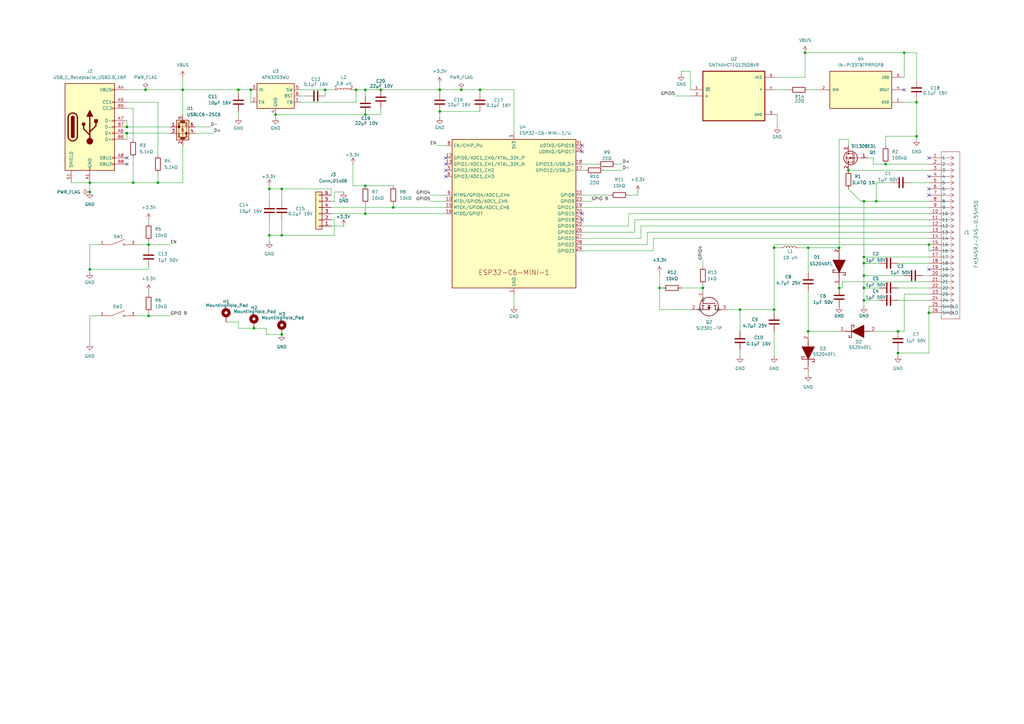
<source format=kicad_sch>
(kicad_sch (version 20250114) (generator "eeschema") (generator_version "9.0")
  (paper "A3")
  (lib_symbols
    (symbol "Connector:USB_C_Receptacle_USB2.0_16P" (pin_names (offset 1.016))
      (property "Reference" "J" (at 0 22.225 0))
      (property "Value" "USB_C_Receptacle_USB2.0_16P" (at 0 19.685 0))
      (symbol "USB_C_Receptacle_USB2.0_16P_1_1"
        (pin passive line (at -7.62 -22.86 90) (length 5.08) (name "SHIELD") (number "S1"))
        (pin passive line (at 0 -22.86 90) (length 5.08) (name "GND") (number "A1"))
        (pin passive line (at 0 -22.86 90) (length 5.08) (hide yes) (name "GND") (number "A12"))
        (pin passive line (at 0 -22.86 90) (length 5.08) (hide yes) (name "GND") (number "B1"))
        (pin passive line (at 0 -22.86 90) (length 5.08) (hide yes) (name "GND") (number "B12"))
        (pin passive line (at 15.24 15.24 180) (length 5.08) (name "VBUS") (number "A4"))
        (pin passive line (at 15.24 15.24 180) (length 5.08) (hide yes) (name "VBUS") (number "A9"))
        (pin passive line (at 15.24 15.24 180) (length 5.08) (hide yes) (name "VBUS") (number "B4"))
        (pin passive line (at 15.24 15.24 180) (length 5.08) (hide yes) (name "VBUS") (number "B9"))
        (pin bidirectional line (at 15.24 10.16 180) (length 5.08) (name "CC1") (number "A5"))
        (pin bidirectional line (at 15.24 7.62 180) (length 5.08) (name "CC2") (number "B5"))
        (pin bidirectional line (at 15.24 2.54 180) (length 5.08) (name "D-") (number "A7"))
        (pin bidirectional line (at 15.24 0 180) (length 5.08) (name "D-") (number "B7"))
        (pin bidirectional line (at 15.24 -2.54 180) (length 5.08) (name "D+") (number "A6"))
        (pin bidirectional line (at 15.24 -5.08 180) (length 5.08) (name "D+") (number "B6"))
        (pin bidirectional line (at 15.24 -12.7 180) (length 5.08) (name "SBU1") (number "A8"))
        (pin bidirectional line (at 15.24 -15.24 180) (length 5.08) (name "SBU2") (number "B8"))
      )
    )
    (symbol "Connector_Generic:Conn_01x06" (pin_names (offset 1.016) (hide yes))
      (property "Reference" "J" (at 0 7.62 0))
      (property "Value" "Conn_01x06" (at 0 -10.16 0))
      (symbol "Conn_01x06_1_1"
        (pin passive line (at -5.08 5.08 0) (length 3.81) (name "Pin_1") (number "1"))
        (pin passive line (at -5.08 2.54 0) (length 3.81) (name "Pin_2") (number "2"))
        (pin passive line (at -5.08 0 0) (length 3.81) (name "Pin_3") (number "3"))
        (pin passive line (at -5.08 -2.54 0) (length 3.81) (name "Pin_4") (number "4"))
        (pin passive line (at -5.08 -5.08 0) (length 3.81) (name "Pin_5") (number "5"))
        (pin passive line (at -5.08 -7.62 0) (length 3.81) (name "Pin_6") (number "6"))
      )
    )
    (symbol "Device:C" (pin_numbers (hide yes)) (pin_names (offset 0.254))
      (property "Reference" "C" (at 0.635 2.54 0))
      (property "Value" "C" (at 0.635 -2.54 0))
      (symbol "C_1_1"
        (pin passive line (at 0 3.81 270) (length 2.794) (name "~") (number "1"))
        (pin passive line (at 0 -3.81 90) (length 2.794) (name "~") (number "2"))
      )
    )
    (symbol "Device:L" (pin_numbers (hide yes)) (pin_names (offset 1.016) (hide yes))
      (property "Reference" "L" (at -1.27 0 90))
      (property "Value" "L" (at 1.905 0 90))
      (symbol "L_1_1"
        (pin passive line (at 0 3.81 270) (length 1.27) (name "1") (number "1"))
        (pin passive line (at 0 -3.81 90) (length 1.27) (name "2") (number "2"))
      )
    )
    (symbol "Device:R" (pin_numbers (hide yes)) (pin_names (offset 0))
      (property "Reference" "R" (at 2.032 0 90))
      (property "Value" "R" (at 0 0 90))
      (symbol "R_1_1"
        (pin passive line (at 0 3.81 270) (length 1.27) (name "~") (number "1"))
        (pin passive line (at 0 -3.81 90) (length 1.27) (name "~") (number "2"))
      )
    )
    (symbol "FH34SRJ-24S-0.5SH(50):FH34SRJ-24S-0.5SH50" (pin_names (offset 0.254))
      (property "Reference" "J" (at 8.89 6.35 0))
      (property "Value" "FH34SRJ-24S-0.5SH50" (at 0 0 0))
      (symbol "FH34SRJ-24S-0.5SH50_1_1"
        (pin unspecified line (at 0 0 0) (length 5.08) (name "1") (number "1"))
        (pin unspecified line (at 0 -2.54 0) (length 5.08) (name "2") (number "2"))
        (pin unspecified line (at 0 -5.08 0) (length 5.08) (name "3") (number "3"))
        (pin unspecified line (at 0 -7.62 0) (length 5.08) (name "4") (number "4"))
        (pin unspecified line (at 0 -10.16 0) (length 5.08) (name "5") (number "5"))
        (pin unspecified line (at 0 -12.7 0) (length 5.08) (name "6") (number "6"))
        (pin unspecified line (at 0 -15.24 0) (length 5.08) (name "7") (number "7"))
        (pin unspecified line (at 0 -17.78 0) (length 5.08) (name "8") (number "8"))
        (pin unspecified line (at 0 -20.32 0) (length 5.08) (name "9") (number "9"))
        (pin unspecified line (at 0 -22.86 0) (length 5.08) (name "10") (number "10"))
        (pin unspecified line (at 0 -25.4 0) (length 5.08) (name "11") (number "11"))
        (pin unspecified line (at 0 -27.94 0) (length 5.08) (name "12") (number "12"))
        (pin unspecified line (at 0 -30.48 0) (length 5.08) (name "13") (number "13"))
        (pin unspecified line (at 0 -33.02 0) (length 5.08) (name "14") (number "14"))
        (pin unspecified line (at 0 -35.56 0) (length 5.08) (name "15") (number "15"))
        (pin unspecified line (at 0 -38.1 0) (length 5.08) (name "16") (number "16"))
        (pin unspecified line (at 0 -40.64 0) (length 5.08) (name "17") (number "17"))
        (pin unspecified line (at 0 -43.18 0) (length 5.08) (name "18") (number "18"))
        (pin unspecified line (at 0 -45.72 0) (length 5.08) (name "19") (number "19"))
        (pin unspecified line (at 0 -48.26 0) (length 5.08) (name "20") (number "20"))
        (pin unspecified line (at 0 -50.8 0) (length 5.08) (name "21") (number "21"))
        (pin unspecified line (at 0 -53.34 0) (length 5.08) (name "22") (number "22"))
        (pin unspecified line (at 0 -55.88 0) (length 5.08) (name "23") (number "23"))
        (pin unspecified line (at 0 -58.42 0) (length 5.08) (name "24") (number "24"))
        (pin unspecified line (at 0 -60.96 0) (length 5.08) (name "SHIELD") (number "25"))
        (pin unspecified line (at 0 -63.5 0) (length 5.08) (name "SHIELD") (number "26"))
      )
      (symbol "FH34SRJ-24S-0.5SH50_1_2"
        (pin unspecified line (at 0 0 0) (length 5.08) (name "1") (number "1"))
        (pin unspecified line (at 0 -2.54 0) (length 5.08) (name "2") (number "2"))
        (pin unspecified line (at 0 -5.08 0) (length 5.08) (name "3") (number "3"))
        (pin unspecified line (at 0 -7.62 0) (length 5.08) (name "4") (number "4"))
        (pin unspecified line (at 0 -10.16 0) (length 5.08) (name "5") (number "5"))
        (pin unspecified line (at 0 -12.7 0) (length 5.08) (name "6") (number "6"))
        (pin unspecified line (at 0 -15.24 0) (length 5.08) (name "7") (number "7"))
        (pin unspecified line (at 0 -17.78 0) (length 5.08) (name "8") (number "8"))
        (pin unspecified line (at 0 -20.32 0) (length 5.08) (name "9") (number "9"))
        (pin unspecified line (at 0 -22.86 0) (length 5.08) (name "10") (number "10"))
        (pin unspecified line (at 0 -25.4 0) (length 5.08) (name "11") (number "11"))
        (pin unspecified line (at 0 -27.94 0) (length 5.08) (name "12") (number "12"))
        (pin unspecified line (at 0 -30.48 0) (length 5.08) (name "13") (number "13"))
        (pin unspecified line (at 0 -33.02 0) (length 5.08) (name "14") (number "14"))
        (pin unspecified line (at 0 -35.56 0) (length 5.08) (name "15") (number "15"))
        (pin unspecified line (at 0 -38.1 0) (length 5.08) (name "16") (number "16"))
        (pin unspecified line (at 0 -40.64 0) (length 5.08) (name "17") (number "17"))
        (pin unspecified line (at 0 -43.18 0) (length 5.08) (name "18") (number "18"))
        (pin unspecified line (at 0 -45.72 0) (length 5.08) (name "19") (number "19"))
        (pin unspecified line (at 0 -48.26 0) (length 5.08) (name "20") (number "20"))
        (pin unspecified line (at 0 -50.8 0) (length 5.08) (name "21") (number "21"))
        (pin unspecified line (at 0 -53.34 0) (length 5.08) (name "22") (number "22"))
        (pin unspecified line (at 0 -55.88 0) (length 5.08) (name "23") (number "23"))
        (pin unspecified line (at 0 -58.42 0) (length 5.08) (name "24") (number "24"))
        (pin unspecified line (at 0 -60.96 0) (length 5.08) (name "SHIELD") (number "25"))
        (pin unspecified line (at 0 -63.5 0) (length 5.08) (name "SHIELD") (number "26"))
      )
    )
    (symbol "IN-PI33TBTPRPGPB:IN-PI33TBTPRPGPB" (pin_names (offset 1.016))
      (property "Reference" "D" (at -12.7 7.62 0))
      (property "Value" "IN-PI33TBTPRPGPB" (at -12.7 -10.16 0))
      (symbol "IN-PI33TBTPRPGPB_0_0"
        (pin input line (at -17.78 0 0) (length 5.08) (name "DIN") (number "2"))
        (pin power_in line (at 17.78 5.08 180) (length 5.08) (name "VDD") (number "3"))
        (pin output line (at 17.78 0 180) (length 5.08) (name "DOUT") (number "4"))
        (pin power_in line (at 17.78 -5.08 180) (length 5.08) (name "GND") (number "1"))
      )
    )
    (symbol "L_1" (pin_names (offset 1.016) (hide yes))
      (property "Reference" "L" (at -1.27 0 90))
      (property "Value" "L" (at 1.905 0 90))
      (symbol "L_1_1_1"
        (pin passive line (at 0 3.81 270) (length 1.27) (name "1") (number "1"))
        (pin passive line (at 0 -3.81 90) (length 1.27) (name "2") (number "2"))
      )
    )
    (symbol "Mechanical:MountingHole_Pad" (pin_numbers (hide yes)) (pin_names (offset 1.016) (hide yes)) (in_bom no)
      (property "Reference" "H" (at 0 6.35 0))
      (property "Value" "MountingHole_Pad" (at 0 4.445 0))
      (symbol "MountingHole_Pad_1_1"
        (pin input line (at 0 -2.54 90) (length 2.54) (name "1") (number "1"))
      )
    )
    (symbol "PCM_Espressif:ESP32-C6-MINI-1/U"
      (property "Reference" "U" (at -25.4 35.56 0))
      (property "Value" "ESP32-C6-MINI-1/U" (at -25.4 33.02 0))
      (symbol "ESP32-C6-MINI-1/U_0_0"
        (text "ESP32-C6-MINI-1" (at 0 -24.13 0) (effects (font (size 2 2))))
      )
      (symbol "ESP32-C6-MINI-1/U_1_1"
        (pin input line (at -27.94 27.94 0) (length 2.54) (name "EN/CHIP_PU") (number "8"))
        (pin bidirectional line (at -27.94 22.86 0) (length 2.54) (name "GPIO0/ADC1_CH0/XTAL_32K_P") (number "12"))
        (pin bidirectional line (at -27.94 20.32 0) (length 2.54) (name "GPIO1/ADC1_CH1/XTAL_32K_N") (number "13"))
        (pin bidirectional line (at -27.94 17.78 0) (length 2.54) (name "GPIO2/ADC1_CH2") (number "5"))
        (pin bidirectional line (at -27.94 15.24 0) (length 2.54) (name "GPIO3/ADC1_CH3") (number "6"))
        (pin bidirectional line (at -27.94 7.62 0) (length 2.54) (name "MTMS/GPIO4/ADC1_CH4") (number "9"))
        (pin bidirectional line (at -27.94 5.08 0) (length 2.54) (name "MTDI/GPIO5/ADC1_CH5") (number "10"))
        (pin bidirectional line (at -27.94 2.54 0) (length 2.54) (name "MTCK/GPIO6/ADC1_CH6") (number "15"))
        (pin bidirectional line (at -27.94 0 0) (length 2.54) (name "MTDO/GPIO7") (number "16"))
        (pin no_connect line (at -25.4 -5.08 0) (length 2.54) (hide yes) (name "NC") (number "4"))
        (pin no_connect line (at -25.4 -7.62 0) (length 2.54) (hide yes) (name "NC") (number "7"))
        (pin no_connect line (at -25.4 -10.16 0) (length 2.54) (hide yes) (name "NC") (number "21"))
        (pin no_connect line (at -25.4 -12.7 0) (length 2.54) (hide yes) (name "NC") (number "32"))
        (pin no_connect line (at -25.4 -15.24 0) (length 2.54) (hide yes) (name "NC") (number "33"))
        (pin no_connect line (at -25.4 -17.78 0) (length 2.54) (hide yes) (name "NC") (number "34"))
        (pin no_connect line (at -25.4 -20.32 0) (length 2.54) (hide yes) (name "NC") (number "35"))
        (pin power_in line (at 0 33.02 270) (length 2.54) (name "3V3") (number "3"))
        (pin power_in line (at 0 -33.02 90) (length 2.54) (name "GND") (number "1"))
        (pin passive line (at 0 -33.02 90) (length 2.54) (hide yes) (name "GND") (number "11"))
        (pin passive line (at 0 -33.02 90) (length 2.54) (hide yes) (name "GND") (number "14"))
        (pin passive line (at 0 -33.02 90) (length 2.54) (hide yes) (name "GND") (number "2"))
        (pin passive line (at 0 -33.02 90) (length 2.54) (hide yes) (name "GND") (number "36"))
        (pin passive line (at 0 -33.02 90) (length 2.54) (hide yes) (name "GND") (number "37"))
        (pin passive line (at 0 -33.02 90) (length 2.54) (hide yes) (name "GND") (number "38"))
        (pin passive line (at 0 -33.02 90) (length 2.54) (hide yes) (name "GND") (number "39"))
        (pin passive line (at 0 -33.02 90) (length 2.54) (hide yes) (name "GND") (number "40"))
        (pin passive line (at 0 -33.02 90) (length 2.54) (hide yes) (name "GND") (number "41"))
        (pin passive line (at 0 -33.02 90) (length 2.54) (hide yes) (name "GND") (number "42"))
        (pin passive line (at 0 -33.02 90) (length 2.54) (hide yes) (name "GND") (number "43"))
        (pin passive line (at 0 -33.02 90) (length 2.54) (hide yes) (name "GND") (number "44"))
        (pin passive line (at 0 -33.02 90) (length 2.54) (hide yes) (name "GND") (number "45"))
        (pin passive line (at 0 -33.02 90) (length 2.54) (hide yes) (name "GND") (number "46"))
        (pin passive line (at 0 -33.02 90) (length 2.54) (hide yes) (name "GND") (number "47"))
        (pin passive line (at 0 -33.02 90) (length 2.54) (hide yes) (name "GND") (number "48"))
        (pin passive line (at 0 -33.02 90) (length 2.54) (hide yes) (name "GND") (number "49"))
        (pin passive line (at 0 -33.02 90) (length 2.54) (hide yes) (name "GND") (number "50"))
        (pin passive line (at 0 -33.02 90) (length 2.54) (hide yes) (name "GND") (number "51"))
        (pin passive line (at 0 -33.02 90) (length 2.54) (hide yes) (name "GND") (number "52"))
        (pin passive line (at 0 -33.02 90) (length 2.54) (hide yes) (name "GND") (number "53"))
        (pin bidirectional line (at 27.94 27.94 180) (length 2.54) (name "U0TXD/GPIO16") (number "31"))
        (pin bidirectional line (at 27.94 25.4 180) (length 2.54) (name "U0RXD/GPIO17") (number "30"))
        (pin bidirectional line (at 27.94 20.32 180) (length 2.54) (name "GPIO13/USB_D+") (number "18"))
        (pin bidirectional line (at 27.94 17.78 180) (length 2.54) (name "GPIO12/USB_D-") (number "17"))
        (pin bidirectional line (at 27.94 7.62 180) (length 2.54) (name "GPIO8") (number "22"))
        (pin bidirectional line (at 27.94 5.08 180) (length 2.54) (name "GPIO9") (number "23"))
        (pin bidirectional line (at 27.94 2.54 180) (length 2.54) (name "GPIO14") (number "19"))
        (pin bidirectional line (at 27.94 0 180) (length 2.54) (name "GPIO15") (number "20"))
        (pin bidirectional line (at 27.94 -2.54 180) (length 2.54) (name "GPIO18") (number "24"))
        (pin bidirectional line (at 27.94 -5.08 180) (length 2.54) (name "GPIO19") (number "25"))
        (pin bidirectional line (at 27.94 -7.62 180) (length 2.54) (name "GPIO20") (number "26"))
        (pin bidirectional line (at 27.94 -10.16 180) (length 2.54) (name "GPIO21") (number "27"))
        (pin bidirectional line (at 27.94 -12.7 180) (length 2.54) (name "GPIO22") (number "28"))
        (pin bidirectional line (at 27.94 -15.24 180) (length 2.54) (name "GPIO23") (number "29"))
      )
    )
    (symbol "Power_Protection:USBLC6-2SC6" (pin_names (hide yes))
      (property "Reference" "U" (at 0.635 5.715 0))
      (property "Value" "USBLC6-2SC6" (at 0.635 3.81 0))
      (symbol "USBLC6-2SC6_1_1"
        (pin passive line (at -5.08 0 0) (length 2.54) (name "I/O1") (number "1"))
        (pin passive line (at -5.08 -2.54 0) (length 2.54) (name "I/O2") (number "3"))
        (pin passive line (at 0 5.08 270) (length 2.54) (name "VBUS") (number "5"))
        (pin passive line (at 0 -7.62 90) (length 2.54) (name "GND") (number "2"))
        (pin passive line (at 5.08 0 180) (length 2.54) (name "I/O1") (number "6"))
        (pin passive line (at 5.08 -2.54 180) (length 2.54) (name "I/O2") (number "4"))
      )
    )
    (symbol "Regulator_Switching:AP63203WU"
      (property "Reference" "U" (at -7.62 6.35 0))
      (property "Value" "AP63203WU" (at 2.54 6.35 0))
      (symbol "AP63203WU_1_1"
        (pin power_in line (at -10.16 2.54 0) (length 2.54) (name "IN") (number "3"))
        (pin input line (at -10.16 -2.54 0) (length 2.54) (name "EN") (number "2"))
        (pin power_in line (at 0 -7.62 90) (length 2.54) (name "GND") (number "4"))
        (pin output line (at 10.16 2.54 180) (length 2.54) (name "SW") (number "5"))
        (pin passive line (at 10.16 0 180) (length 2.54) (name "BST") (number "6"))
        (pin input line (at 10.16 -2.54 180) (length 2.54) (name "FB") (number "1"))
      )
    )
    (symbol "SI2301-TP:SI2301-TP"
      (property "Reference" "Q" (at 11.43 3.81 0))
      (property "Value" "SI2301-TP" (at 11.43 1.27 0))
      (symbol "SI2301-TP_1_1"
        (pin passive line (at 0 0 0) (length 2.54) (name "G") (number "1"))
        (pin passive line (at 7.62 10.16 270) (length 2.54) (name "D") (number "3"))
        (pin passive line (at 7.62 -5.08 90) (length 2.54) (name "S") (number "2"))
      )
    )
    (symbol "SN74AHCT1G125DBVR:SN74AHCT1G125DBVR" (pin_names (offset 1.016))
      (property "Reference" "U" (at -12.7 11.16 0))
      (property "Value" "SN74AHCT1G125DBVR" (at -12.7 -14.16 0))
      (symbol "SN74AHCT1G125DBVR_0_0"
        (pin input line (at -17.78 2.54 0) (length 5.08) (name "~{OE}") (number "1"))
        (pin input line (at -17.78 0 0) (length 5.08) (name "A") (number "2"))
        (pin power_in line (at 17.78 7.62 180) (length 5.08) (name "VCC") (number "5"))
        (pin output line (at 17.78 2.54 180) (length 5.08) (name "Y") (number "4"))
        (pin power_in line (at 17.78 -7.62 180) (length 5.08) (name "GND") (number "3"))
      )
    )
    (symbol "SS2040FL_R1_00001:SS2040FL_R1_00001" (pin_names (hide yes))
      (property "Reference" "D" (at 12.7 8.89 0))
      (property "Value" "SS2040FL_R1_00001" (at 12.7 6.35 0))
      (symbol "SS2040FL_R1_00001_1_1"
        (pin passive line (at 2.54 0 0) (length 2.54) (name "K") (number "1"))
        (pin passive line (at 17.78 0 180) (length 2.54) (name "A") (number "2"))
      )
    )
    (symbol "TE 2-1437565-8:2-1437565-8" (pin_names (offset 1.016))
      (property "Reference" "S" (at -2.54 2.54 0))
      (property "Value" "2-1437565-8" (at -2.54 -2.54 0))
      (symbol "2-1437565-8_0_0"
        (pin passive line (at -7.62 0 0) (length 2.54) (name "~") (number "1"))
        (pin passive line (at -7.62 0 0) (length 2.54) (hide yes) (name "~") (number "2"))
        (pin passive line (at 7.62 0 180) (length 2.54) (name "~") (number "3"))
        (pin passive line (at 7.62 0 180) (length 2.54) (hide yes) (name "~") (number "4"))
      )
    )
    (symbol "Transistor_FET:Si1308EDL" (pin_names (offset 0) (hide yes))
      (property "Reference" "Q" (at 5.08 1.905 0))
      (property "Value" "Si1308EDL" (at 5.08 0 0))
      (symbol "Si1308EDL_1_1"
        (pin input line (at -5.08 0 0) (length 2.54) (name "G") (number "1"))
        (pin passive line (at 2.54 5.08 270) (length 2.54) (name "D") (number "3"))
        (pin passive line (at 2.54 -5.08 90) (length 2.54) (name "S") (number "2"))
      )
    )
    (symbol "power:+3.3V" (power) (pin_numbers (hide yes)) (pin_names (offset 0) (hide yes))
      (property "Value" "+3.3V" (at 0 3.556 0))
      (symbol "+3.3V_1_1"
        (pin power_in line (at 0 0 90) (length 0) (name "~") (number "1"))
      )
    )
    (symbol "power:GND" (power) (pin_numbers (hide yes)) (pin_names (offset 0) (hide yes))
      (property "Value" "GND" (at 0 -3.81 0))
      (symbol "GND_1_1"
        (pin power_in line (at 0 0 270) (length 0) (name "~") (number "1"))
      )
    )
    (symbol "power:PWR_FLAG" (power) (pin_numbers (hide yes)) (pin_names (offset 0) (hide yes))
      (property "Value" "PWR_FLAG" (at 0 3.81 0))
      (symbol "PWR_FLAG_0_0"
        (pin power_out line (at 0 0 90) (length 0) (name "~") (number "1"))
      )
    )
    (symbol "power:VBUS" (power) (pin_numbers (hide yes)) (pin_names (offset 0) (hide yes))
      (property "Value" "VBUS" (at 0 3.556 0))
      (symbol "VBUS_1_1"
        (pin power_in line (at 0 0 90) (length 0) (name "~") (number "1"))
      )
    )
  )
  (junction (at 110.49 77.47))
  (junction (at 317.5 101.6))
  (junction (at 36.83 74.93))
  (junction (at 161.29 85.09))
  (junction (at 110.49 96.52))
  (junction (at 113.03 46.99))
  (junction (at 97.79 36.83))
  (junction (at 331.47 101.6))
  (junction (at 60.96 100.33))
  (junction (at 36.83 110.49))
  (junction (at 359.41 82.55))
  (junction (at 381 100.33))
  (junction (at 317.5 127))
  (junction (at 375.92 55.88))
  (junction (at 52.07 52.07))
  (junction (at 381 128.27))
  (junction (at 115.57 77.47))
  (junction (at 189.23 36.83))
  (junction (at 115.57 137.16))
  (junction (at 133.35 36.83))
  (junction (at 288.29 118.11))
  (junction (at 149.86 46.99))
  (junction (at 102.87 36.83))
  (junction (at 368.3 144.78))
  (junction (at 149.86 87.63))
  (junction (at 354.33 113.03))
  (junction (at 347.98 69.85))
  (junction (at 52.07 54.61))
  (junction (at 354.33 105.41))
  (junction (at 59.69 36.83))
  (junction (at 303.53 127))
  (junction (at 331.47 135.89))
  (junction (at 156.21 36.83))
  (junction (at 180.34 36.83))
  (junction (at 196.85 36.83))
  (junction (at 368.3 135.89))
  (junction (at 60.96 129.54))
  (junction (at 270.51 118.11))
  (junction (at 54.61 74.93))
  (junction (at 375.92 41.91))
  (junction (at 74.93 36.83))
  (junction (at 354.33 123.19))
  (junction (at 354.33 118.11))
  (junction (at 344.17 101.6))
  (junction (at 36.83 78.74))
  (junction (at 149.86 36.83))
  (junction (at 354.33 107.95))
  (junction (at 146.05 36.83))
  (junction (at 149.86 76.2))
  (junction (at 104.14 134.62))
  (junction (at 64.77 74.93))
  (junction (at 344.17 118.11))
  (junction (at 330.2 21.59))
  (junction (at 180.34 45.72))
  (junction (at 115.57 96.52))
  (junction (at 363.22 67.31))
  (junction (at 354.33 82.55))
  (junction (at 370.84 21.59))
  (no_connect (at 182.88 67.31))
  (no_connect (at 182.88 64.77))
  (no_connect (at 52.07 67.31))
  (no_connect (at 182.88 72.39))
  (no_connect (at 238.76 90.17))
  (no_connect (at 52.07 64.77))
  (no_connect (at 381 110.49))
  (no_connect (at 238.76 87.63))
  (no_connect (at 238.76 62.23))
  (no_connect (at 381 80.01))
  (no_connect (at 238.76 59.69))
  (no_connect (at 381 64.77))
  (no_connect (at 370.84 36.83))
  (no_connect (at 381 77.47))
  (no_connect (at 381 72.39))
  (no_connect (at 182.88 69.85))
  (wire (pts (xy 110.49 90.17) (xy 110.49 96.52)))
  (wire (pts (xy 137.16 90.17) (xy 135.89 90.17)))
  (wire (pts (xy 359.41 82.55) (xy 381 82.55)))
  (wire (pts (xy 354.33 113.03) (xy 370.84 113.03)))
  (wire (pts (xy 368.3 143.51) (xy 368.3 144.78)))
  (wire (pts (xy 55.88 129.54) (xy 60.96 129.54)))
  (wire (pts (xy 317.5 100.33) (xy 317.5 101.6)))
  (wire (pts (xy 180.34 36.83) (xy 180.34 38.1)))
  (wire (pts (xy 238.76 69.85) (xy 240.03 69.85)))
  (wire (pts (xy 60.96 128.27) (xy 60.96 129.54)))
  (wire (pts (xy 317.5 135.89) (xy 317.5 146.05)))
  (wire (pts (xy 262.89 97.79) (xy 238.76 97.79)))
  (wire (pts (xy 60.96 99.06) (xy 60.96 100.33)))
  (wire (pts (xy 381 144.78) (xy 368.3 144.78)))
  (wire (pts (xy 288.29 106.68) (xy 288.29 109.22)))
  (wire (pts (xy 60.96 90.17) (xy 60.96 91.44)))
  (wire (pts (xy 102.87 36.83) (xy 102.87 41.91)))
  (wire (pts (xy 137.16 78.74) (xy 140.97 78.74)))
  (wire (pts (xy 29.21 74.93) (xy 36.83 74.93)))
  (wire (pts (xy 115.57 96.52) (xy 137.16 96.52)))
  (wire (pts (xy 303.53 127) (xy 317.5 127)))
  (wire (pts (xy 345.44 115.57) (xy 381 115.57)))
  (wire (pts (xy 54.61 74.93) (xy 36.83 74.93)))
  (wire (pts (xy 238.76 85.09) (xy 381 85.09)))
  (wire (pts (xy 149.86 46.99) (xy 156.21 46.99)))
  (wire (pts (xy 54.61 44.45) (xy 54.61 57.15)))
  (wire (pts (xy 354.33 123.19) (xy 360.68 123.19)))
  (wire (pts (xy 60.96 119.38) (xy 60.96 120.65)))
  (wire (pts (xy 373.38 74.93) (xy 381 74.93)))
  (wire (pts (xy 347.98 77.47) (xy 353.06 82.55)))
  (wire (pts (xy 354.33 118.11) (xy 354.33 123.19)))
  (wire (pts (xy 52.07 49.53) (xy 52.07 52.07)))
  (wire (pts (xy 358.14 64.77) (xy 358.14 67.31)))
  (wire (pts (xy 123.19 41.91) (xy 146.05 41.91)))
  (wire (pts (xy 331.47 119.38) (xy 331.47 135.89)))
  (wire (pts (xy 115.57 77.47) (xy 135.89 77.47)))
  (wire (pts (xy 354.33 118.11) (xy 360.68 118.11)))
  (wire (pts (xy 317.5 127) (xy 317.5 128.27)))
  (wire (pts (xy 97.79 45.72) (xy 97.79 48.26)))
  (wire (pts (xy 52.07 41.91) (xy 64.77 41.91)))
  (wire (pts (xy 110.49 96.52) (xy 115.57 96.52)))
  (wire (pts (xy 144.78 67.31) (xy 144.78 76.2)))
  (wire (pts (xy 144.78 76.2) (xy 149.86 76.2)))
  (wire (pts (xy 331.47 101.6) (xy 331.47 111.76)))
  (wire (pts (xy 176.53 82.55) (xy 182.88 82.55)))
  (wire (pts (xy 52.07 54.61) (xy 52.07 57.15)))
  (wire (pts (xy 270.51 111.76) (xy 270.51 118.11)))
  (wire (pts (xy 97.79 36.83) (xy 97.79 38.1)))
  (wire (pts (xy 318.77 31.75) (xy 330.2 31.75)))
  (wire (pts (xy 276.86 39.37) (xy 283.21 39.37)))
  (wire (pts (xy 368.3 118.11) (xy 381 118.11)))
  (wire (pts (xy 137.16 90.17) (xy 137.16 96.52)))
  (wire (pts (xy 381 125.73) (xy 381 128.27)))
  (wire (pts (xy 331.47 101.6) (xy 344.17 101.6)))
  (wire (pts (xy 135.89 85.09) (xy 161.29 85.09)))
  (wire (pts (xy 279.4 118.11) (xy 288.29 118.11)))
  (wire (pts (xy 144.78 36.83) (xy 146.05 36.83)))
  (wire (pts (xy 64.77 41.91) (xy 64.77 63.5)))
  (wire (pts (xy 283.21 127) (xy 270.51 127)))
  (wire (pts (xy 180.34 45.72) (xy 180.34 48.26)))
  (wire (pts (xy 110.49 77.47) (xy 115.57 77.47)))
  (wire (pts (xy 331.47 135.89) (xy 331.47 137.16)))
  (wire (pts (xy 210.82 36.83) (xy 196.85 36.83)))
  (wire (pts (xy 74.93 36.83) (xy 74.93 46.99)))
  (wire (pts (xy 381 90.17) (xy 260.35 90.17)))
  (wire (pts (xy 149.86 76.2) (xy 161.29 76.2)))
  (wire (pts (xy 52.07 44.45) (xy 54.61 44.45)))
  (wire (pts (xy 330.2 31.75) (xy 330.2 21.59)))
  (wire (pts (xy 381 128.27) (xy 381 144.78)))
  (wire (pts (xy 238.76 82.55) (xy 242.57 82.55)))
  (wire (pts (xy 115.57 77.47) (xy 115.57 82.55)))
  (wire (pts (xy 210.82 54.61) (xy 210.82 36.83)))
  (wire (pts (xy 331.47 36.83) (xy 335.28 36.83)))
  (wire (pts (xy 265.43 95.25) (xy 265.43 100.33)))
  (wire (pts (xy 267.97 102.87) (xy 238.76 102.87)))
  (wire (pts (xy 365.76 74.93) (xy 359.41 74.93)))
  (wire (pts (xy 55.88 100.33) (xy 60.96 100.33)))
  (wire (pts (xy 74.93 31.75) (xy 74.93 36.83)))
  (wire (pts (xy 344.17 57.15) (xy 344.17 101.6)))
  (wire (pts (xy 135.89 87.63) (xy 149.86 87.63)))
  (wire (pts (xy 363.22 55.88) (xy 375.92 55.88)))
  (wire (pts (xy 368.3 144.78) (xy 368.3 146.05)))
  (wire (pts (xy 110.49 99.06) (xy 110.49 96.52)))
  (wire (pts (xy 74.93 74.93) (xy 64.77 74.93)))
  (wire (pts (xy 370.84 135.89) (xy 368.3 135.89)))
  (wire (pts (xy 345.44 118.11) (xy 344.17 118.11)))
  (wire (pts (xy 368.3 123.19) (xy 381 123.19)))
  (wire (pts (xy 60.96 110.49) (xy 36.83 110.49)))
  (wire (pts (xy 123.19 39.37) (xy 125.73 39.37)))
  (wire (pts (xy 288.29 118.11) (xy 288.29 119.38)))
  (wire (pts (xy 331.47 135.89) (xy 344.17 135.89)))
  (wire (pts (xy 354.33 123.19) (xy 354.33 125.73)))
  (wire (pts (xy 270.51 127) (xy 270.51 118.11)))
  (wire (pts (xy 36.83 129.54) (xy 40.64 129.54)))
  (wire (pts (xy 344.17 57.15) (xy 347.98 57.15)))
  (wire (pts (xy 303.53 127) (xy 303.53 135.89)))
  (wire (pts (xy 317.5 100.33) (xy 381 100.33)))
  (wire (pts (xy 279.4 29.21) (xy 279.4 30.48)))
  (wire (pts (xy 36.83 100.33) (xy 36.83 110.49)))
  (wire (pts (xy 97.79 132.08) (xy 97.79 134.62)))
  (wire (pts (xy 318.77 46.99) (xy 318.77 52.07)))
  (wire (pts (xy 64.77 71.12) (xy 64.77 74.93)))
  (wire (pts (xy 180.34 36.83) (xy 189.23 36.83)))
  (wire (pts (xy 375.92 21.59) (xy 370.84 21.59)))
  (wire (pts (xy 283.21 36.83) (xy 283.21 29.21)))
  (wire (pts (xy 36.83 111.76) (xy 36.83 110.49)))
  (wire (pts (xy 115.57 90.17) (xy 115.57 96.52)))
  (wire (pts (xy 247.65 69.85) (xy 255.27 69.85)))
  (wire (pts (xy 363.22 67.31) (xy 381 67.31)))
  (wire (pts (xy 262.89 92.71) (xy 262.89 97.79)))
  (wire (pts (xy 359.41 135.89) (xy 368.3 135.89)))
  (wire (pts (xy 210.82 120.65) (xy 210.82 125.73)))
  (wire (pts (xy 317.5 101.6) (xy 317.5 127)))
  (wire (pts (xy 359.41 74.93) (xy 359.41 82.55)))
  (wire (pts (xy 92.71 132.08) (xy 97.79 132.08)))
  (wire (pts (xy 318.77 36.83) (xy 323.85 36.83)))
  (wire (pts (xy 60.96 129.54) (xy 69.85 129.54)))
  (wire (pts (xy 80.01 52.07) (xy 86.36 52.07)))
  (wire (pts (xy 149.86 36.83) (xy 156.21 36.83)))
  (wire (pts (xy 74.93 36.83) (xy 97.79 36.83)))
  (wire (pts (xy 381 95.25) (xy 265.43 95.25)))
  (wire (pts (xy 133.35 39.37) (xy 133.35 36.83)))
  (wire (pts (xy 298.45 127) (xy 303.53 127)))
  (wire (pts (xy 354.33 82.55) (xy 354.33 105.41)))
  (wire (pts (xy 283.21 29.21) (xy 279.4 29.21)))
  (wire (pts (xy 59.69 36.83) (xy 74.93 36.83)))
  (wire (pts (xy 146.05 41.91) (xy 146.05 36.83)))
  (wire (pts (xy 60.96 109.22) (xy 60.96 110.49)))
  (wire (pts (xy 161.29 85.09) (xy 182.88 85.09)))
  (wire (pts (xy 176.53 80.01) (xy 182.88 80.01)))
  (wire (pts (xy 74.93 59.69) (xy 74.93 74.93)))
  (wire (pts (xy 381 120.65) (xy 370.84 120.65)))
  (wire (pts (xy 303.53 143.51) (xy 303.53 146.05)))
  (wire (pts (xy 370.84 21.59) (xy 370.84 31.75)))
  (wire (pts (xy 52.07 54.61) (xy 69.85 54.61)))
  (wire (pts (xy 381 102.87) (xy 381 100.33)))
  (wire (pts (xy 133.35 36.83) (xy 137.16 36.83)))
  (wire (pts (xy 113.03 46.99) (xy 113.03 48.26)))
  (wire (pts (xy 257.81 87.63) (xy 381 87.63)))
  (wire (pts (xy 135.89 80.01) (xy 135.89 77.47)))
  (wire (pts (xy 113.03 46.99) (xy 149.86 46.99)))
  (wire (pts (xy 156.21 46.99) (xy 156.21 44.45)))
  (wire (pts (xy 359.41 82.55) (xy 354.33 82.55)))
  (wire (pts (xy 135.89 82.55) (xy 137.16 82.55)))
  (wire (pts (xy 354.33 107.95) (xy 360.68 107.95)))
  (wire (pts (xy 36.83 74.93) (xy 36.83 78.74)))
  (wire (pts (xy 149.86 39.37) (xy 149.86 36.83)))
  (wire (pts (xy 354.33 105.41) (xy 381 105.41)))
  (wire (pts (xy 146.05 36.83) (xy 149.86 36.83)))
  (wire (pts (xy 375.92 41.91) (xy 370.84 41.91)))
  (wire (pts (xy 60.96 100.33) (xy 69.85 100.33)))
  (wire (pts (xy 358.14 67.31) (xy 363.22 67.31)))
  (wire (pts (xy 180.34 34.29) (xy 180.34 36.83)))
  (wire (pts (xy 267.97 97.79) (xy 267.97 102.87)))
  (wire (pts (xy 238.76 67.31) (xy 245.11 67.31)))
  (wire (pts (xy 375.92 55.88) (xy 375.92 57.15)))
  (wire (pts (xy 149.86 83.82) (xy 149.86 87.63)))
  (wire (pts (xy 257.81 80.01) (xy 261.62 80.01)))
  (wire (pts (xy 363.22 59.69) (xy 363.22 55.88)))
  (wire (pts (xy 375.92 40.64) (xy 375.92 41.91)))
  (wire (pts (xy 196.85 36.83) (xy 196.85 38.1)))
  (wire (pts (xy 110.49 77.47) (xy 110.49 82.55)))
  (wire (pts (xy 104.14 134.62) (xy 109.22 134.62)))
  (wire (pts (xy 344.17 116.84) (xy 344.17 118.11)))
  (wire (pts (xy 161.29 85.09) (xy 161.29 83.82)))
  (wire (pts (xy 378.46 113.03) (xy 381 113.03)))
  (wire (pts (xy 40.64 100.33) (xy 36.83 100.33)))
  (wire (pts (xy 97.79 134.62) (xy 104.14 134.62)))
  (wire (pts (xy 180.34 45.72) (xy 196.85 45.72)))
  (wire (pts (xy 109.22 134.62) (xy 109.22 137.16)))
  (wire (pts (xy 353.06 82.55) (xy 354.33 82.55)))
  (wire (pts (xy 345.44 115.57) (xy 345.44 118.11)))
  (wire (pts (xy 347.98 69.85) (xy 381 69.85)))
  (wire (pts (xy 52.07 36.83) (xy 59.69 36.83)))
  (wire (pts (xy 368.3 107.95) (xy 381 107.95)))
  (wire (pts (xy 80.01 54.61) (xy 87.63 54.61)))
  (wire (pts (xy 381 92.71) (xy 262.89 92.71)))
  (wire (pts (xy 238.76 95.25) (xy 260.35 95.25)))
  (wire (pts (xy 149.86 87.63) (xy 182.88 87.63)))
  (wire (pts (xy 260.35 90.17) (xy 260.35 95.25)))
  (wire (pts (xy 265.43 100.33) (xy 238.76 100.33)))
  (wire (pts (xy 36.83 129.54) (xy 36.83 140.97)))
  (wire (pts (xy 179.07 59.69) (xy 182.88 59.69)))
  (wire (pts (xy 252.73 67.31) (xy 255.27 67.31)))
  (wire (pts (xy 109.22 137.16) (xy 115.57 137.16)))
  (wire (pts (xy 97.79 36.83) (xy 102.87 36.83)))
  (wire (pts (xy 381 97.79) (xy 267.97 97.79)))
  (wire (pts (xy 354.33 105.41) (xy 354.33 107.95)))
  (wire (pts (xy 375.92 41.91) (xy 375.92 55.88)))
  (wire (pts (xy 156.21 36.83) (xy 180.34 36.83)))
  (wire (pts (xy 257.81 92.71) (xy 257.81 87.63)))
  (wire (pts (xy 347.98 57.15) (xy 347.98 59.69)))
  (wire (pts (xy 320.04 101.6) (xy 317.5 101.6)))
  (wire (pts (xy 189.23 36.83) (xy 196.85 36.83)))
  (wire (pts (xy 137.16 82.55) (xy 137.16 78.74)))
  (wire (pts (xy 60.96 100.33) (xy 60.96 101.6)))
  (wire (pts (xy 370.84 120.65) (xy 370.84 135.89)))
  (wire (pts (xy 238.76 92.71) (xy 257.81 92.71)))
  (wire (pts (xy 135.89 92.71) (xy 140.97 92.71)))
  (wire (pts (xy 110.49 76.2) (xy 110.49 77.47)))
  (wire (pts (xy 331.47 152.4) (xy 331.47 153.67)))
  (wire (pts (xy 288.29 116.84) (xy 288.29 118.11)))
  (wire (pts (xy 327.66 101.6) (xy 331.47 101.6)))
  (wire (pts (xy 354.33 107.95) (xy 354.33 113.03)))
  (wire (pts (xy 261.62 78.74) (xy 261.62 80.01)))
  (wire (pts (xy 355.6 64.77) (xy 358.14 64.77)))
  (wire (pts (xy 123.19 36.83) (xy 133.35 36.83)))
  (wire (pts (xy 354.33 113.03) (xy 354.33 118.11)))
  (wire (pts (xy 52.07 52.07) (xy 69.85 52.07)))
  (wire (pts (xy 238.76 80.01) (xy 250.19 80.01)))
  (wire (pts (xy 54.61 64.77) (xy 54.61 74.93)))
  (wire (pts (xy 64.77 74.93) (xy 54.61 74.93)))
  (wire (pts (xy 271.78 118.11) (xy 270.51 118.11)))
  (wire (pts (xy 330.2 21.59) (xy 370.84 21.59)))
  (wire (pts (xy 375.92 33.02) (xy 375.92 21.59)))
  (label "D+" (at 87.63 54.61 0))
  (label "GPIO5" (at 276.86 39.37 180))
  (label "GPIO4" (at 288.29 106.68 90))
  (label "EN" (at 69.85 100.33 0))
  (label "GPIO4" (at 176.53 80.01 180))
  (label "D-" (at 86.36 52.07 0))
  (label "GPIO 9" (at 69.85 129.54 0))
  (label "GPIO 9" (at 242.57 82.55 0))
  (label "D-" (at 255.27 69.85 0))
  (label "GPIO5" (at 176.53 82.55 180))
  (label "EN" (at 179.07 59.69 180))
  (label "D+" (at 255.27 67.31 0))
  (symbol (lib_id "Device:C") (at 369.57 74.93 90) (unit 1)
    (property "Reference" "C1" (at 364.236 71.12 90))
    (property "Value" "1µF 50V" (at 364.236 73.66 90))
    (property "Footprint" "Capacitor_SMD:C_0603_1608Metric" (effects (hide yes)))
    (property "Description" "Unpolarized capacitor" (effects (hide yes)))
  )
  (symbol (lib_id "power:PWR_FLAG") (at 189.23 36.83 0) (unit 1)
    (property "Reference" "#FLG03" (effects (hide yes)))
    (property "Value" "PWR_FLAG" (at 189.23 31.75 0))
    (property "Description" "Special symbol for telling ERC where power comes from" (effects (hide yes)))
  )
  (symbol (lib_id "power:GND") (at 303.53 146.05 0) (unit 1)
    (property "Reference" "#PWR06" (effects (hide yes)))
    (property "Value" "GND" (at 303.53 151.13 0))
    (property "Description" "Power symbol creates a global label with name \"GND\" , ground" (effects (hide yes)))
  )
  (symbol (lib_id "SS2040FL_R1_00001:SS2040FL_R1_00001") (at 344.17 119.38 90) (unit 1)
    (property "Reference" "D1" (at 333.756 105.41 90) (effects (justify right)))
    (property "Value" "SS2040FL" (at 331.978 108.204 90) (effects (justify right)))
    (property "Footprint" "SS2040FL:SODFL3618X110N" (effects (hide yes)))
    (property "Datasheet" "https://4donline.ihs.com/images/VipMasterIC/IC/PNJI/PNJI-S-A0003671102/PNJI-S-A0003671102-1.pdf?hkey=EF798316E3902B6ED9A73243A3159BB0" (effects (hide yes)))
    (property "Description" "Schottky Diodes & Rectifiers SURFACE MOUNT SCHOTTKY BARRIER RECTIFIER" (effects (hide yes)))
    (property "Height" "1.1" (effects (hide yes)))
    (property "Mouser Part Number" "241-SS2040FLR100001" (effects (hide yes)))
    (property "Mouser Price/Stock" "https://www.mouser.co.uk/ProductDetail/Panjit/SS2040FL_R1_00001?qs=sPbYRqrBIVmCtoceM2y4%252BA%3D%3D" (effects (hide yes)))
    (property "Manufacturer_Name" "PANJIT" (effects (hide yes)))
    (property "Manufacturer_Part_Number" "SS2040FL_R1_00001" (effects (hide yes)))
  )
  (symbol (lib_id "Device:C") (at 196.85 41.91 0) (unit 1)
    (property "Reference" "C17" (at 204.47 41.148 0))
    (property "Value" "0.1µF 16V" (at 204.47 43.18 0))
    (property "Footprint" "Capacitor_SMD:C_0402_1005Metric" (effects (hide yes)))
    (property "Description" "Unpolarized capacitor" (effects (hide yes)))
  )
  (symbol (lib_id "power:+3.3V") (at 180.34 34.29 0) (unit 1)
    (property "Reference" "#PWR022" (effects (hide yes)))
    (property "Value" "+3.3V" (at 180.34 29.21 0))
    (property "Description" "Power symbol creates a global label with name \"+3.3V\"" (effects (hide yes)))
  )
  (symbol (lib_id "Device:R") (at 248.92 67.31 270) (unit 1)
    (property "Reference" "R9" (at 248.92 62.484 90))
    (property "Value" "22Ω" (at 248.92 65.024 90))
    (property "Footprint" "Resistor_SMD:R_0603_1608Metric" (effects (hide yes)))
    (property "Description" "Resistor" (effects (hide yes)))
  )
  (symbol (lib_id "Device:C") (at 97.79 41.91 0) (unit 1)
    (property "Reference" "C11" (at 85.344 39.624 0) (effects (justify left)))
    (property "Value" "10µF 16V" (at 85.344 42.164 0) (effects (justify left)))
    (property "Footprint" "Capacitor_SMD:C_0805_2012Metric" (effects (hide yes)))
    (property "Description" "Unpolarized capacitor" (effects (hide yes)))
  )
  (symbol (lib_id "Device:R") (at 347.98 73.66 0) (unit 1)
    (property "Reference" "R1" (at 350.52 72.3899 0) (effects (justify left)))
    (property "Value" "0.47Ω 1%" (at 349.504 74.93 0) (effects (justify left)))
    (property "Footprint" "Resistor_SMD:R_1206_3216Metric" (effects (hide yes)))
    (property "Description" "Resistor" (effects (hide yes)))
  )
  (symbol (lib_id "power:GND") (at 368.3 146.05 0) (unit 1)
    (property "Reference" "#PWR03" (effects (hide yes)))
    (property "Value" "GND" (at 368.3 151.13 0))
    (property "Description" "Power symbol creates a global label with name \"GND\" , ground" (effects (hide yes)))
  )
  (symbol (lib_id "Device:L") (at 323.85 101.6 90) (unit 1)
    (property "Reference" "L1" (at 324.104 103.124 90))
    (property "Value" "10 uH" (at 324.104 105.664 90))
    (property "Footprint" "Inductor_SMD:L_Bourns-SRN4018" (effects (hide yes)))
    (property "Description" "Inductor" (effects (hide yes)))
  )
  (symbol (lib_id "Device:C") (at 149.86 43.18 0) (unit 1)
    (property "Reference" "C19" (at 148.082 48.514 0) (effects (justify left)))
    (property "Value" "22µF 10V" (at 145.542 50.546 0) (effects (justify left)))
    (property "Footprint" "Capacitor_SMD:C_1206_3216Metric" (effects (hide yes)))
    (property "Description" "Unpolarized capacitor" (effects (hide yes)))
  )
  (symbol (lib_id "Connector_Generic:Conn_01x06") (at 130.81 87.63 180) (unit 1)
    (property "Reference" "J3" (at 136.652 71.628 0))
    (property "Value" "Conn_01x06" (at 136.652 74.168 0))
    (property "Footprint" "Connector_JST:JST_GH_SM06B-GHS-TB_1x06-1MP_P1.25mm_Horizontal" (effects (hide yes)))
    (property "Description" "Generic connector, single row, 01x06, script generated (kicad-library-utils/schlib/autogen/connector/)" (effects (hide yes)))
  )
  (symbol (lib_id "Device:R") (at 161.29 80.01 0) (unit 1)
    (property "Reference" "R8" (at 163.83 78.7399 0) (effects (justify left)))
    (property "Value" "10kΩ" (at 163.83 81.2799 0) (effects (justify left)))
    (property "Footprint" "Resistor_SMD:R_0603_1608Metric" (effects (hide yes)))
    (property "Description" "Resistor" (effects (hide yes)))
  )
  (symbol (lib_id "Device:R") (at 54.61 60.96 0) (unit 1)
    (property "Reference" "R3" (at 57.15 59.6899 0) (effects (justify left)))
    (property "Value" "5.1kΩ" (at 57.15 62.2299 0) (effects (justify left)))
    (property "Footprint" "Resistor_SMD:R_0603_1608Metric" (effects (hide yes)))
    (property "Description" "Resistor" (effects (hide yes)))
  )
  (symbol (lib_id "Device:C") (at 331.47 115.57 180) (unit 1)
    (property "Reference" "C8" (at 323.342 113.538 0))
    (property "Value" "4.7µF 25V" (at 323.342 116.078 0))
    (property "Footprint" "Capacitor_SMD:C_1206_3216Metric" (effects (hide yes)))
    (property "Description" "Unpolarized capacitor" (effects (hide yes)))
  )
  (symbol (lib_id "Device:R") (at 64.77 67.31 0) (unit 1)
    (property "Reference" "R4" (at 67.31 66.0399 0) (effects (justify left)))
    (property "Value" "5.1kΩ" (at 67.31 68.5799 0) (effects (justify left)))
    (property "Footprint" "Resistor_SMD:R_0603_1608Metric" (effects (hide yes)))
    (property "Description" "Resistor" (effects (hide yes)))
  )
  (symbol (lib_id "power:GND") (at 113.03 48.26 0) (unit 1)
    (property "Reference" "#PWR010" (effects (hide yes)))
    (property "Value" "GND" (at 113.03 52.578 0))
    (property "Description" "Power symbol creates a global label with name \"GND\" , ground" (effects (hide yes)))
  )
  (symbol (lib_id "Device:C") (at 317.5 132.08 0) (unit 1)
    (property "Reference" "C9" (at 309.626 131.064 0))
    (property "Value" "4.7µF 25V" (at 309.626 133.604 0))
    (property "Footprint" "Capacitor_SMD:C_1206_3216Metric" (effects (hide yes)))
    (property "Description" "Unpolarized capacitor" (effects (hide yes)))
  )
  (symbol (lib_id "Regulator_Switching:AP63203WU") (at 113.03 39.37 0) (unit 1)
    (property "Reference" "U3" (at 113.03 29.21 0))
    (property "Value" "AP63203WU" (at 113.03 31.75 0))
    (property "Footprint" "Package_TO_SOT_SMD:TSOT-23-6" (effects (hide yes)))
    (property "Datasheet" "https://www.diodes.com/assets/Datasheets/AP63200-AP63201-AP63203-AP63205.pdf" (effects (hide yes)))
    (property "Description" "2A, 1.1MHz Buck DC/DC Converter, fixed 3.3V output voltage, TSOT-23-6" (effects (hide yes)))
  )
  (symbol (lib_id "power:+3.3V") (at 270.51 111.76 0) (unit 1)
    (property "Reference" "#PWR024" (effects (hide yes)))
    (property "Value" "+3.3V" (at 270.51 106.68 0))
    (property "Description" "Power symbol creates a global label with name \"+3.3V\"" (effects (hide yes)))
  )
  (symbol (lib_id "Device:C") (at 364.49 123.19 90) (unit 1)
    (property "Reference" "C4" (at 359.156 119.38 90))
    (property "Value" "1µF 50V" (at 359.156 121.92 90))
    (property "Footprint" "Capacitor_SMD:C_0603_1608Metric" (effects (hide yes)))
    (property "Description" "Unpolarized capacitor" (effects (hide yes)))
  )
  (symbol (lib_id "power:VBUS") (at 74.93 31.75 0) (unit 1)
    (property "Reference" "#PWR025" (effects (hide yes)))
    (property "Value" "VBUS" (at 74.93 26.67 0))
    (property "Description" "Power symbol creates a global label with name \"VBUS\"" (effects (hide yes)))
  )
  (symbol (lib_id "Device:C") (at 156.21 40.64 0) (unit 1)
    (property "Reference" "C20" (at 154.178 33.274 0) (effects (justify left)))
    (property "Value" "22µF 10V" (at 151.638 35.306 0) (effects (justify left)))
    (property "Footprint" "Capacitor_SMD:C_1206_3216Metric" (effects (hide yes)))
    (property "Description" "Unpolarized capacitor" (effects (hide yes)))
  )
  (symbol (lib_id "power:GND") (at 36.83 111.76 0) (unit 1)
    (property "Reference" "#PWR011" (effects (hide yes)))
    (property "Value" "GND" (at 36.83 115.824 0))
    (property "Description" "Power symbol creates a global label with name \"GND\" , ground" (effects (hide yes)))
  )
  (symbol (lib_id "Device:C") (at 115.57 86.36 0) (unit 1)
    (property "Reference" "C15" (at 123.19 85.598 0))
    (property "Value" "0.1µF 16V" (at 123.19 87.63 0))
    (property "Footprint" "Capacitor_SMD:C_0402_1005Metric" (effects (hide yes)))
    (property "Description" "Unpolarized capacitor" (effects (hide yes)))
  )
  (symbol (lib_id "power:GND") (at 344.17 125.73 0) (unit 1)
    (property "Reference" "#PWR02" (effects (hide yes)))
    (property "Value" "GND" (at 344.17 129.54 0))
    (property "Description" "Power symbol creates a global label with name \"GND\" , ground" (effects (hide yes)))
  )
  (symbol (lib_id "power:+3.3V") (at 140.97 92.71 0) (unit 1)
    (property "Reference" "#PWR019" (effects (hide yes)))
    (property "Value" "+3.3V" (at 140.716 88.9 0))
    (property "Description" "Power symbol creates a global label with name \"+3.3V\"" (effects (hide yes)))
  )
  (symbol (lib_id "power:+3.3V") (at 110.49 76.2 0) (unit 1)
    (property "Reference" "#PWR018" (effects (hide yes)))
    (property "Value" "+3.3V" (at 110.236 72.39 0))
    (property "Description" "Power symbol creates a global label with name \"+3.3V\"" (effects (hide yes)))
  )
  (symbol (lib_id "Device:C") (at 129.54 39.37 90) (unit 1)
    (property "Reference" "C12" (at 129.54 32.512 90))
    (property "Value" "0.1µF 16V" (at 129.54 34.544 90))
    (property "Footprint" "Capacitor_SMD:C_0402_1005Metric" (effects (hide yes)))
    (property "Description" "Unpolarized capacitor" (effects (hide yes)))
  )
  (symbol (lib_id "Device:C") (at 60.96 105.41 180) (unit 1)
    (property "Reference" "C13" (at 64.77 104.1399 0) (effects (justify right)))
    (property "Value" "1µF 50V" (at 64.77 106.6799 0) (effects (justify right)))
    (property "Footprint" "Capacitor_SMD:C_0603_1608Metric" (effects (hide yes)))
    (property "Description" "Unpolarized capacitor" (effects (hide yes)))
  )
  (symbol (lib_id "power:GND") (at 331.47 153.67 0) (unit 1)
    (property "Reference" "#PWR04" (effects (hide yes)))
    (property "Value" "GND" (at 331.47 158.75 0))
    (property "Description" "Power symbol creates a global label with name \"GND\" , ground" (effects (hide yes)))
  )
  (symbol (lib_id "power:GND") (at 36.83 78.74 0) (unit 1)
    (property "Reference" "#PWR08" (effects (hide yes)))
    (property "Value" "GND" (at 36.83 83.82 0))
    (property "Description" "Power symbol creates a global label with name \"GND\" , ground" (effects (hide yes)))
  )
  (symbol (lib_id "power:+3.3V") (at 144.78 67.31 0) (unit 1)
    (property "Reference" "#PWR016" (effects (hide yes)))
    (property "Value" "+3.3V" (at 144.526 63.5 0))
    (property "Description" "Power symbol creates a global label with name \"+3.3V\"" (effects (hide yes)))
  )
  (symbol (lib_id "Device:C") (at 368.3 139.7 180) (unit 1)
    (property "Reference" "C7" (at 375.666 137.16 0))
    (property "Value" "1µF 50V" (at 375.666 139.7 0))
    (property "Footprint" "Capacitor_SMD:C_0603_1608Metric" (effects (hide yes)))
    (property "Description" "Unpolarized capacitor" (effects (hide yes)))
  )
  (symbol (lib_id "power:VBUS") (at 330.2 21.59 0) (unit 1)
    (property "Reference" "#PWR027" (effects (hide yes)))
    (property "Value" "VBUS" (at 330.2 16.51 0))
    (property "Description" "Power symbol creates a global label with name \"VBUS\"" (effects (hide yes)))
  )
  (symbol (lib_id "Device:C") (at 344.17 121.92 180) (unit 1)
    (property "Reference" "C6" (at 337.566 121.412 0))
    (property "Value" "1µF 50V" (at 337.566 123.952 0))
    (property "Footprint" "Capacitor_SMD:C_0603_1608Metric" (effects (hide yes)))
    (property "Description" "Unpolarized capacitor" (effects (hide yes)))
  )
  (symbol (lib_id "Device:R") (at 243.84 69.85 270) (unit 1)
    (property "Reference" "R10" (at 243.84 72.39 90))
    (property "Value" "22Ω" (at 243.84 74.93 90))
    (property "Footprint" "Resistor_SMD:R_0603_1608Metric" (effects (hide yes)))
    (property "Description" "Resistor" (effects (hide yes)))
  )
  (symbol (lib_id "Device:R") (at 254 80.01 90) (unit 1)
    (property "Reference" "R11" (at 254 73.66 90))
    (property "Value" "10kΩ" (at 254 76.2 90))
    (property "Footprint" "Resistor_SMD:R_0603_1608Metric" (effects (hide yes)))
    (property "Description" "Resistor" (effects (hide yes)))
  )
  (symbol (lib_id "power:GND") (at 97.79 48.26 0) (unit 1)
    (property "Reference" "#PWR09" (effects (hide yes)))
    (property "Value" "GND" (at 97.79 52.578 0))
    (property "Description" "Power symbol creates a global label with name \"GND\" , ground" (effects (hide yes)))
  )
  (symbol (lib_id "power:GND") (at 180.34 48.26 0) (unit 1)
    (property "Reference" "#PWR021" (effects (hide yes)))
    (property "Value" "GND" (at 180.34 52.324 0))
    (property "Description" "Power symbol creates a global label with name \"GND\" , ground" (effects (hide yes)))
  )
  (symbol (lib_id "Device:C") (at 364.49 107.95 90) (unit 1)
    (property "Reference" "C2" (at 359.156 104.14 90))
    (property "Value" "1µF 50V" (at 359.156 106.68 90))
    (property "Footprint" "Capacitor_SMD:C_0603_1608Metric" (effects (hide yes)))
    (property "Description" "Unpolarized capacitor" (effects (hide yes)))
  )
  (symbol (lib_id "Device:R") (at 363.22 63.5 0) (unit 1)
    (property "Reference" "R2" (at 365.76 62.2299 0) (effects (justify left)))
    (property "Value" "100kΩ" (at 365.76 64.7699 0) (effects (justify left)))
    (property "Footprint" "Resistor_SMD:R_0603_1608Metric" (effects (hide yes)))
    (property "Description" "Resistor" (effects (hide yes)))
  )
  (symbol (lib_id "power:GND") (at 318.77 52.07 0) (unit 1)
    (property "Reference" "#PWR029" (effects (hide yes)))
    (property "Value" "GND" (at 318.77 56.134 0))
    (property "Description" "Power symbol creates a global label with name \"GND\" , ground" (effects (hide yes)))
  )
  (symbol (lib_id "Mechanical:MountingHole_Pad") (at 104.14 132.08 0) (unit 1) (in_bom no)
    (property "Reference" "H2" (at 102.87 126.238 0) (effects (justify left)))
    (property "Value" "MountingHole_Pad" (at 95.758 127.762 0) (effects (justify left)))
    (property "Footprint" "MountingHole:MountingHole_3.2mm_M3_ISO14580_Pad" (effects (hide yes)))
    (property "Description" "Mounting Hole with connection" (effects (hide yes)))
  )
  (symbol (lib_id "FH34SRJ-24S-0.5SH(50):FH34SRJ-24S-0.5SH50") (at 381 64.77 0) (unit 1)
    (property "Reference" "J1" (at 394.97 95.2499 0) (effects (font (size 1.524 1.524)) (justify left)))
    (property "Value" "FH34SRJ-24S-0.5SH50" (at 400.304 109.982 90) (effects (font (size 1.524 1.524)) (justify left)))
    (property "Footprint" "FH34SRJ-24S-0.5SH(50):CONN24x1_FH34SRJ-24S-0.5SH50_HIR" (effects (hide yes)))
    (property "Datasheet" "FH34SRJ-24S-0.5SH50" (effects (hide yes)))
  )
  (symbol (lib_id "power:PWR_FLAG") (at 59.69 36.83 0) (unit 1)
    (property "Reference" "#FLG01" (effects (hide yes)))
    (property "Value" "PWR_FLAG" (at 59.69 31.75 0))
    (property "Description" "Special symbol for telling ERC where power comes from" (effects (hide yes)))
  )
  (symbol (lib_id "power:PWR_FLAG") (at 36.83 78.74 90) (unit 1)
    (property "Reference" "#FLG02" (effects (hide yes)))
    (property "Value" "PWR_FLAG" (at 33.02 78.7399 90) (effects (justify left)))
    (property "Description" "Special symbol for telling ERC where power comes from" (effects (hide yes)))
  )
  (symbol (lib_id "power:GND") (at 36.83 140.97 0) (unit 1)
    (property "Reference" "#PWR013" (effects (hide yes)))
    (property "Value" "GND" (at 36.83 146.05 0))
    (property "Description" "Power symbol creates a global label with name \"GND\" , ground" (effects (hide yes)))
  )
  (symbol (lib_id "SS2040FL_R1_00001:SS2040FL_R1_00001") (at 331.47 154.94 90) (unit 1)
    (property "Reference" "D3" (at 338.836 143.002 90) (effects (justify left)))
    (property "Value" "SS2040FL" (at 342.9 145.288 90) (effects (justify left)))
    (property "Footprint" "SS2040FL:SODFL3618X110N" (effects (hide yes)))
    (property "Datasheet" "https://4donline.ihs.com/images/VipMasterIC/IC/PNJI/PNJI-S-A0003671102/PNJI-S-A0003671102-1.pdf?hkey=EF798316E3902B6ED9A73243A3159BB0" (effects (hide yes)))
    (property "Description" "Schottky Diodes & Rectifiers SURFACE MOUNT SCHOTTKY BARRIER RECTIFIER" (effects (hide yes)))
    (property "Height" "1.1" (effects (hide yes)))
    (property "Mouser Part Number" "241-SS2040FLR100001" (effects (hide yes)))
    (property "Mouser Price/Stock" "https://www.mouser.co.uk/ProductDetail/Panjit/SS2040FL_R1_00001?qs=sPbYRqrBIVmCtoceM2y4%252BA%3D%3D" (effects (hide yes)))
    (property "Manufacturer_Name" "PANJIT" (effects (hide yes)))
    (property "Manufacturer_Part_Number" "SS2040FL_R1_00001" (effects (hide yes)))
  )
  (symbol (lib_id "power:GND") (at 110.49 99.06 0) (unit 1)
    (property "Reference" "#PWR015" (effects (hide yes)))
    (property "Value" "GND" (at 110.49 104.14 0))
    (property "Description" "Power symbol creates a global label with name \"GND\" , ground" (effects (hide yes)))
  )
  (symbol (lib_id "Transistor_FET:Si1308EDL") (at 350.52 64.77 0) (mirror y) (unit 1)
    (property "Reference" "Q1" (at 359.41 62.484 0) (effects (justify left)))
    (property "Value" "Si1308EDL" (at 359.41 59.944 0) (effects (justify left)))
    (property "Footprint" "Package_TO_SOT_SMD:SOT-323_SC-70" (effects (hide yes)))
    (property "Datasheet" "https://www.vishay.com/docs/63399/si1308edl.pdf" (effects (hide yes)))
    (property "Description" "30V Vds, 1.4A Id, N-Channel MOSFET, SC-70" (effects (hide yes)))
  )
  (symbol (lib_id "power:+3.3V") (at 60.96 90.17 0) (unit 1)
    (property "Reference" "#PWR012" (effects (hide yes)))
    (property "Value" "+3.3V" (at 60.96 85.09 0))
    (property "Description" "Power symbol creates a global label with name \"+3.3V\"" (effects (hide yes)))
  )
  (symbol (lib_id "power:GND") (at 354.33 125.73 0) (unit 1)
    (property "Reference" "#PWR01" (effects (hide yes)))
    (property "Value" "GND" (at 354.33 129.54 0))
    (property "Description" "Power symbol creates a global label with name \"GND\" , ground" (effects (hide yes)))
  )
  (symbol (lib_id "TE 2-1437565-8:2-1437565-8") (at 48.26 100.33 0) (unit 1)
    (property "Reference" "SW1" (at 48.514 97.028 0))
    (property "Value" "2-1437565-8" (effects (hide yes)))
    (property "Footprint" "TE Connectivity 2-1437565-8:SW_2-1437565-8" (effects (hide yes)))
    (property "Comment" "2-1437565-8" (effects (hide yes)))
    (property "MF" "TE Connectivity" (effects (hide yes)))
    (property "MAXIMUM_PACKAGE_HEIGHT" "5.25mm" (effects (hide yes)))
    (property "Package" "None" (effects (hide yes)))
    (property "Price" "None" (effects (hide yes)))
    (property "Check_prices" "https://www.snapeda.com/parts/2-1437565-8/TE+Connectivity+Alcoswitch+Switches/view-part/?ref=eda" (effects (hide yes)))
    (property "STANDARD" "Manufacturer Recommendations" (effects (hide yes)))
    (property "PARTREV" "V" (effects (hide yes)))
    (property "SnapEDA_Link" "https://www.snapeda.com/parts/2-1437565-8/TE+Connectivity+Alcoswitch+Switches/view-part/?ref=snap" (effects (hide yes)))
    (property "MP" "2-1437565-8" (effects (hide yes)))
    (property "Description_1" "FSM2JSMAA=TACTILE 260G FORCE S | TE Connectivity 2-1437565-8" (effects (hide yes)))
    (property "Availability" "In Stock" (effects (hide yes)))
    (property "MANUFACTURER" "TE" (effects (hide yes)))
  )
  (symbol (lib_id "power:GND") (at 375.92 57.15 0) (unit 1)
    (property "Reference" "#PWR07" (effects (hide yes)))
    (property "Value" "GND" (at 375.92 62.23 0))
    (property "Description" "Power symbol creates a global label with name \"GND\" , ground" (effects (hide yes)))
  )
  (symbol (lib_id "Device:C") (at 303.53 139.7 0) (unit 1)
    (property "Reference" "C10" (at 311.15 138.43 0))
    (property "Value" "0.1µF 16V" (at 311.15 140.97 0))
    (property "Footprint" "Capacitor_SMD:C_0402_1005Metric" (effects (hide yes)))
    (property "Description" "Unpolarized capacitor" (effects (hide yes)))
  )
  (symbol (lib_id "PCM_Espressif:ESP32-C6-MINI-1/U") (at 210.82 87.63 0) (unit 1)
    (property "Reference" "U4" (at 212.9633 52.07 0) (effects (justify left)))
    (property "Value" "ESP32-C6-MINI-1/U" (at 212.9633 54.61 0) (effects (justify left)))
    (property "Footprint" "PCM_Espressif:ESP32-C6-MINI-1" (effects (hide yes)))
    (property "Datasheet" "https://www.espressif.com/sites/default/files/documentation/esp32-c6-mini-1_datasheet_en.pdf" (effects (hide yes)))
    (property "Description" "ESP32-C6-MINI-1 is a module that supports 2.4 GHz Wi-Fi 6 (802.11 ax), Bluetooth® 5 (LE), Zigbee and Thread (802.15.4)" (effects (hide yes)))
  )
  (symbol (lib_id "Device:R") (at 327.66 36.83 270) (unit 1)
    (property "Reference" "R14" (at 327.914 39.624 90))
    (property "Value" "22Ω" (at 327.914 41.402 90))
    (property "Footprint" "Resistor_SMD:R_0603_1608Metric" (effects (hide yes)))
    (property "Description" "Resistor" (effects (hide yes)))
  )
  (symbol (lib_id "Device:R") (at 60.96 95.25 0) (unit 1)
    (property "Reference" "R5" (at 63.5 93.9799 0) (effects (justify left)))
    (property "Value" "10kΩ" (at 63.5 96.5199 0) (effects (justify left)))
    (property "Footprint" "Resistor_SMD:R_0603_1608Metric" (effects (hide yes)))
    (property "Description" "Resistor" (effects (hide yes)))
  )
  (symbol (lib_id "IN-PI33TBTPRPGPB:IN-PI33TBTPRPGPB") (at 353.06 36.83 0) (unit 1)
    (property "Reference" "D4" (at 353.06 24.13 0))
    (property "Value" "IN-PI33TBTPRPGPB" (at 353.06 26.67 0))
    (property "Footprint" "IN-PI33TBTPRPGPB:LED_IN-PI33TBTPRPGPB" (effects (hide yes)))
    (property "MF" "Inolux" (effects (hide yes)))
    (property "MAXIMUM_PACKAGE_HEIGHT" "1.95 mm" (effects (hide yes)))
    (property "Package" "Inolux" (effects (hide yes)))
    (property "Price" "None" (effects (hide yes)))
    (property "Check_prices" "https://www.snapeda.com/parts/IN-PI33TBTPRPGPB/Inolux/view-part/?ref=eda" (effects (hide yes)))
    (property "STANDARD" "Manufacturer Recommendations" (effects (hide yes)))
    (property "PARTREV" "1.2" (effects (hide yes)))
    (property "SnapEDA_Link" "https://www.snapeda.com/parts/IN-PI33TBTPRPGPB/Inolux/view-part/?ref=snap" (effects (hide yes)))
    (property "MP" "IN-PI33TBTPRPGPB" (effects (hide yes)))
    (property "Description_1" "Addressable Lighting series 1 LED Discrete Serial (Shift Register) Red, Green, Blue (RGB) 3.50mm L x 3.50mm W" (effects (hide yes)))
    (property "Availability" "In Stock" (effects (hide yes)))
    (property "MANUFACTURER" "Inolux" (effects (hide yes)))
  )
  (symbol (lib_name "L_1") (lib_id "Device:L") (at 140.97 36.83 90) (unit 1)
    (property "Reference" "L2" (at 140.97 31.75 90))
    (property "Value" "3.9 uH" (at 140.97 34.29 90))
    (property "Footprint" "SRN5040:INDPM5050X400N" (effects (hide yes)))
    (property "Description" "Inductor" (effects (hide yes)))
  )
  (symbol (lib_id "power:GND") (at 317.5 146.05 0) (unit 1)
    (property "Reference" "#PWR05" (effects (hide yes)))
    (property "Value" "GND" (at 317.5 151.13 0))
    (property "Description" "Power symbol creates a global label with name \"GND\" , ground" (effects (hide yes)))
  )
  (symbol (lib_id "power:+3.3V") (at 261.62 78.74 0) (unit 1)
    (property "Reference" "#PWR023" (effects (hide yes)))
    (property "Value" "+3.3V" (at 261.62 73.66 0))
    (property "Description" "Power symbol creates a global label with name \"+3.3V\"" (effects (hide yes)))
  )
  (symbol (lib_id "Device:C") (at 180.34 41.91 180) (unit 1)
    (property "Reference" "C16" (at 189.992 40.894 0) (effects (justify left)))
    (property "Value" "10µF 16V" (at 193.04 42.926 0) (effects (justify left)))
    (property "Footprint" "Capacitor_SMD:C_0805_2012Metric" (effects (hide yes)))
    (property "Description" "Unpolarized capacitor" (effects (hide yes)))
  )
  (symbol (lib_id "Device:C") (at 375.92 36.83 0) (unit 1)
    (property "Reference" "C18" (at 383.54 36.068 0))
    (property "Value" "0.1µF 16V" (at 383.54 38.1 0))
    (property "Footprint" "Capacitor_SMD:C_0402_1005Metric" (effects (hide yes)))
    (property "Description" "Unpolarized capacitor" (effects (hide yes)))
  )
  (symbol (lib_id "Device:R") (at 288.29 113.03 0) (unit 1)
    (property "Reference" "R13" (at 292.1 111.76 0))
    (property "Value" "1kΩ" (at 292.1 114.3 0))
    (property "Footprint" "Resistor_SMD:R_0603_1608Metric" (effects (hide yes)))
    (property "Description" "Resistor" (effects (hide yes)))
  )
  (symbol (lib_id "Device:R") (at 60.96 124.46 0) (unit 1)
    (property "Reference" "R6" (at 63.5 123.1899 0) (effects (justify left)))
    (property "Value" "10kΩ" (at 63.5 125.7299 0) (effects (justify left)))
    (property "Footprint" "Resistor_SMD:R_0603_1608Metric" (effects (hide yes)))
    (property "Description" "Resistor" (effects (hide yes)))
  )
  (symbol (lib_id "Mechanical:MountingHole_Pad") (at 92.71 129.54 0) (unit 1) (in_bom no)
    (property "Reference" "H1" (at 91.44 123.698 0) (effects (justify left)))
    (property "Value" "MountingHole_Pad" (at 84.328 125.222 0) (effects (justify left)))
    (property "Footprint" "MountingHole:MountingHole_3.2mm_M3_ISO14580_Pad" (effects (hide yes)))
    (property "Description" "Mounting Hole with connection" (effects (hide yes)))
  )
  (symbol (lib_id "Device:C") (at 110.49 86.36 0) (unit 1)
    (property "Reference" "C14" (at 98.044 84.074 0) (effects (justify left)))
    (property "Value" "10µF 16V" (at 98.044 86.614 0) (effects (justify left)))
    (property "Footprint" "Capacitor_SMD:C_0805_2012Metric" (effects (hide yes)))
    (property "Description" "Unpolarized capacitor" (effects (hide yes)))
  )
  (symbol (lib_id "SS2040FL_R1_00001:SS2040FL_R1_00001") (at 341.63 135.89 0) (unit 1)
    (property "Reference" "D2" (at 353.568 140.208 0) (effects (justify right)))
    (property "Value" "SS2040FL" (at 357.632 142.494 0) (effects (justify right)))
    (property "Footprint" "SS2040FL:SODFL3618X110N" (effects (hide yes)))
    (property "Datasheet" "https://4donline.ihs.com/images/VipMasterIC/IC/PNJI/PNJI-S-A0003671102/PNJI-S-A0003671102-1.pdf?hkey=EF798316E3902B6ED9A73243A3159BB0" (effects (hide yes)))
    (property "Description" "Schottky Diodes & Rectifiers SURFACE MOUNT SCHOTTKY BARRIER RECTIFIER" (effects (hide yes)))
    (property "Height" "1.1" (effects (hide yes)))
    (property "Mouser Part Number" "241-SS2040FLR100001" (effects (hide yes)))
    (property "Mouser Price/Stock" "https://www.mouser.co.uk/ProductDetail/Panjit/SS2040FL_R1_00001?qs=sPbYRqrBIVmCtoceM2y4%252BA%3D%3D" (effects (hide yes)))
    (property "Manufacturer_Name" "PANJIT" (effects (hide yes)))
    (property "Manufacturer_Part_Number" "SS2040FL_R1_00001" (effects (hide yes)))
  )
  (symbol (lib_id "SN74AHCT1G125DBVR:SN74AHCT1G125DBVR") (at 300.99 39.37 0) (unit 1)
    (property "Reference" "U2" (at 300.99 24.13 0))
    (property "Value" "SN74AHCT1G125DBVR" (at 300.99 26.67 0))
    (property "Footprint" "SN74AHCT1G125DBVR:SOT95P280X145-5N" (effects (hide yes)))
    (property "MF" "Texas Instruments" (effects (hide yes)))
    (property "Description_1" "Single 4.5-V to 5.5-V buffer with TTL-compatible CMOS inputs and 3-state outputs" (effects (hide yes)))
    (property "Package" "SOT-23-5 Texas Instruments" (effects (hide yes)))
    (property "Price" "None" (effects (hide yes)))
    (property "SnapEDA_Link" "https://www.snapeda.com/parts/SN74AHCT1G125DBVR/Texas+Instruments/view-part/?ref=snap" (effects (hide yes)))
    (property "MP" "SN74AHCT1G125DBVR" (effects (hide yes)))
    (property "Availability" "In Stock" (effects (hide yes)))
    (property "Check_prices" "https://www.snapeda.com/parts/SN74AHCT1G125DBVR/Texas+Instruments/view-part/?ref=eda" (effects (hide yes)))
  )
  (symbol (lib_id "power:+3.3V") (at 60.96 119.38 0) (unit 1)
    (property "Reference" "#PWR014" (effects (hide yes)))
    (property "Value" "+3.3V" (at 60.96 114.3 0))
    (property "Description" "Power symbol creates a global label with name \"+3.3V\"" (effects (hide yes)))
  )
  (symbol (lib_id "power:GND") (at 210.82 125.73 0) (unit 1)
    (property "Reference" "#PWR017" (effects (hide yes)))
    (property "Value" "GND" (at 210.82 129.794 0))
    (property "Description" "Power symbol creates a global label with name \"GND\" , ground" (effects (hide yes)))
  )
  (symbol (lib_id "SI2301-TP:SI2301-TP") (at 288.29 119.38 270) (unit 1)
    (property "Reference" "Q2" (at 290.83 132.08 90))
    (property "Value" "SI2301-TP" (at 290.83 134.62 90))
    (property "Footprint" "SI2301-TP:SOT95P237X125-3N" (effects (hide yes)))
    (property "Datasheet" "https://mccsemi.com/pdf/Products/SI2301(SOT-23).pdf" (effects (hide yes)))
    (property "Description" "Small Signal MOSFETS" (effects (hide yes)))
    (property "Height" "1.25" (effects (hide yes)))
    (property "Mouser Part Number" "833-SI2301-TP" (effects (hide yes)))
    (property "Mouser Price/Stock" "https://www.mouser.co.uk/ProductDetail/Micro-Commercial-Components-MCC/SI2301-TP?qs=SdqRYZZ9IxDQZSN6dfdoAA%3D%3D" (effects (hide yes)))
    (property "Manufacturer_Name" "MCC" (effects (hide yes)))
    (property "Manufacturer_Part_Number" "SI2301-TP" (effects (hide yes)))
  )
  (symbol (lib_id "power:GND") (at 115.57 137.16 0) (unit 1)
    (property "Reference" "#PWR026" (effects (hide yes)))
    (property "Value" "GND" (at 115.57 142.24 0))
    (property "Description" "Power symbol creates a global label with name \"GND\" , ground" (effects (hide yes)))
  )
  (symbol (lib_id "Device:C") (at 364.49 118.11 90) (unit 1)
    (property "Reference" "C5" (at 359.156 114.3 90))
    (property "Value" "1µF 50V" (at 359.156 116.84 90))
    (property "Footprint" "Capacitor_SMD:C_0603_1608Metric" (effects (hide yes)))
    (property "Description" "Unpolarized capacitor" (effects (hide yes)))
  )
  (symbol (lib_id "Mechanical:MountingHole_Pad") (at 115.57 134.62 0) (unit 1) (in_bom no)
    (property "Reference" "H3" (at 114.3 128.778 0) (effects (justify left)))
    (property "Value" "MountingHole_Pad" (at 107.188 130.302 0) (effects (justify left)))
    (property "Footprint" "MountingHole:MountingHole_3.2mm_M3_ISO14580_Pad" (effects (hide yes)))
    (property "Description" "Mounting Hole with connection" (effects (hide yes)))
  )
  (symbol (lib_id "Device:C") (at 374.65 113.03 90) (unit 1)
    (property "Reference" "C3" (at 369.316 109.22 90))
    (property "Value" "1µF 50V" (at 369.316 111.76 90))
    (property "Footprint" "Capacitor_SMD:C_0603_1608Metric" (effects (hide yes)))
    (property "Description" "Unpolarized capacitor" (effects (hide yes)))
  )
  (symbol (lib_id "Device:R") (at 275.59 118.11 90) (unit 1)
    (property "Reference" "R12" (at 275.59 111.76 90))
    (property "Value" "10kΩ" (at 275.59 114.3 90))
    (property "Footprint" "Resistor_SMD:R_0603_1608Metric" (effects (hide yes)))
    (property "Description" "Resistor" (effects (hide yes)))
  )
  (symbol (lib_id "Connector:USB_C_Receptacle_USB2.0_16P") (at 36.83 52.07 0) (unit 1)
    (property "Reference" "J2" (at 36.83 29.21 0))
    (property "Value" "USB_C_Receptacle_USB2.0_16P" (at 36.83 31.75 0))
    (property "Footprint" "USB4145-03-0230-C:GCT_USB4145-03-0230-C_REVA2" (effects (hide yes)))
    (property "Datasheet" "https://www.usb.org/sites/default/files/documents/usb_type-c.zip" (effects (hide yes)))
    (property "Description" "USB 2.0-only 16P Type-C Receptacle connector" (effects (hide yes)))
  )
  (symbol (lib_id "power:GND") (at 140.97 78.74 0) (unit 1)
    (property "Reference" "#PWR020" (effects (hide yes)))
    (property "Value" "GND" (at 140.97 82.296 0))
    (property "Description" "Power symbol creates a global label with name \"GND\" , ground" (effects (hide yes)))
  )
  (symbol (lib_id "power:GND") (at 279.4 30.48 0) (unit 1)
    (property "Reference" "#PWR028" (effects (hide yes)))
    (property "Value" "GND" (at 279.4 34.544 0))
    (property "Description" "Power symbol creates a global label with name \"GND\" , ground" (effects (hide yes)))
  )
  (symbol (lib_id "Power_Protection:USBLC6-2SC6") (at 74.93 52.07 0) (unit 1)
    (property "Reference" "U1" (at 76.5811 44.45 0) (effects (justify left)))
    (property "Value" "USBLC6-2SC6" (at 76.5811 46.99 0) (effects (justify left)))
    (property "Footprint" "Package_TO_SOT_SMD:SOT-23-6" (effects (hide yes)))
    (property "Datasheet" "https://www.st.com/resource/en/datasheet/usblc6-2.pdf" (effects (hide yes)))
    (property "Description" "Very low capacitance ESD protection diode, 2 data-line, SOT-23-6" (effects (hide yes)))
  )
  (symbol (lib_id "Device:R") (at 149.86 80.01 0) (unit 1)
    (property "Reference" "R7" (at 152.4 78.7399 0) (effects (justify left)))
    (property "Value" "10kΩ" (at 152.4 81.2799 0) (effects (justify left)))
    (property "Footprint" "Resistor_SMD:R_0603_1608Metric" (effects (hide yes)))
    (property "Description" "Resistor" (effects (hide yes)))
  )
  (symbol (lib_id "TE 2-1437565-8:2-1437565-8") (at 48.26 129.54 0) (unit 1)
    (property "Reference" "SW2" (at 48.26 125.73 0))
    (property "Value" "2-1437565-8" (effects (hide yes)))
    (property "Footprint" "TE Connectivity 2-1437565-8:SW_2-1437565-8" (effects (hide yes)))
    (property "Comment" "2-1437565-8" (effects (hide yes)))
    (property "MF" "TE Connectivity" (effects (hide yes)))
    (property "MAXIMUM_PACKAGE_HEIGHT" "5.25mm" (effects (hide yes)))
    (property "Package" "None" (effects (hide yes)))
    (property "Price" "None" (effects (hide yes)))
    (property "Check_prices" "https://www.snapeda.com/parts/2-1437565-8/TE+Connectivity+Alcoswitch+Switches/view-part/?ref=eda" (effects (hide yes)))
    (property "STANDARD" "Manufacturer Recommendations" (effects (hide yes)))
    (property "PARTREV" "V" (effects (hide yes)))
    (property "SnapEDA_Link" "https://www.snapeda.com/parts/2-1437565-8/TE+Connectivity+Alcoswitch+Switches/view-part/?ref=snap" (effects (hide yes)))
    (property "MP" "2-1437565-8" (effects (hide yes)))
    (property "Description_1" "FSM2JSMAA=TACTILE 260G FORCE S | TE Connectivity 2-1437565-8" (effects (hide yes)))
    (property "Availability" "In Stock" (effects (hide yes)))
    (property "MANUFACTURER" "TE" (effects (hide yes)))
  )
)
</source>
